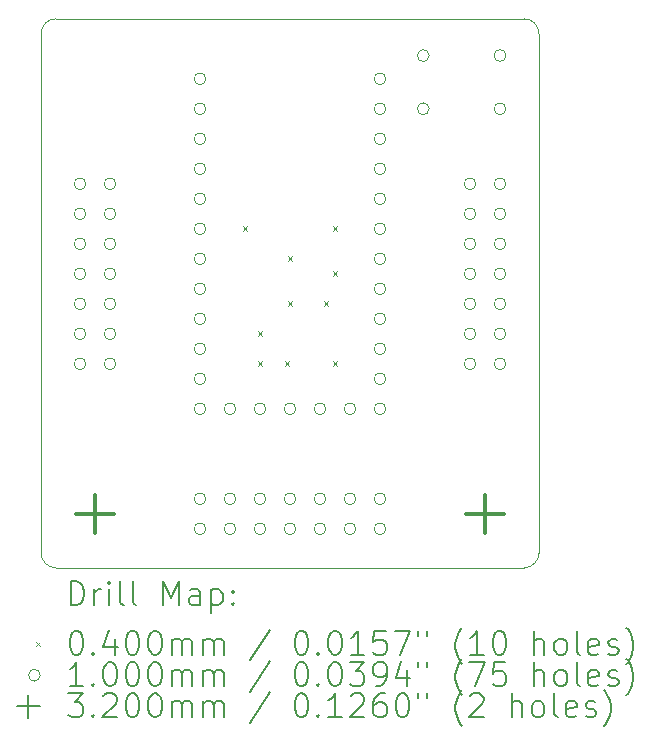
<source format=gbr>
%FSLAX45Y45*%
G04 Gerber Fmt 4.5, Leading zero omitted, Abs format (unit mm)*
G04 Created by KiCad (PCBNEW (6.0.1-0)) date 2022-02-07 11:31:36*
%MOMM*%
%LPD*%
G01*
G04 APERTURE LIST*
%TA.AperFunction,Profile*%
%ADD10C,0.120000*%
%TD*%
%ADD11C,0.200000*%
%ADD12C,0.040000*%
%ADD13C,0.100000*%
%ADD14C,0.320000*%
G04 APERTURE END LIST*
D10*
X15951200Y-9093200D02*
X11988800Y-9093200D01*
X11861800Y-8966200D02*
X11861800Y-4572000D01*
X15951200Y-9093200D02*
G75*
G03*
X16078200Y-8966200I0J127000D01*
G01*
X11988800Y-4445000D02*
G75*
G03*
X11861800Y-4572000I0J-127000D01*
G01*
X11988800Y-4445000D02*
X15951200Y-4445000D01*
X16078200Y-4572000D02*
G75*
G03*
X15951200Y-4445000I-127000J0D01*
G01*
X11861800Y-8966200D02*
G75*
G03*
X11988800Y-9093200I127000J0D01*
G01*
X16078200Y-4572000D02*
X16078200Y-8966200D01*
D11*
D12*
X13569000Y-6203000D02*
X13609000Y-6243000D01*
X13609000Y-6203000D02*
X13569000Y-6243000D01*
X13696000Y-7092000D02*
X13736000Y-7132000D01*
X13736000Y-7092000D02*
X13696000Y-7132000D01*
X13696000Y-7346000D02*
X13736000Y-7386000D01*
X13736000Y-7346000D02*
X13696000Y-7386000D01*
X13924600Y-7346000D02*
X13964600Y-7386000D01*
X13964600Y-7346000D02*
X13924600Y-7386000D01*
X13950000Y-6457000D02*
X13990000Y-6497000D01*
X13990000Y-6457000D02*
X13950000Y-6497000D01*
X13950000Y-6838000D02*
X13990000Y-6878000D01*
X13990000Y-6838000D02*
X13950000Y-6878000D01*
X14254800Y-6838000D02*
X14294800Y-6878000D01*
X14294800Y-6838000D02*
X14254800Y-6878000D01*
X14331000Y-6203000D02*
X14371000Y-6243000D01*
X14371000Y-6203000D02*
X14331000Y-6243000D01*
X14331000Y-6584000D02*
X14371000Y-6624000D01*
X14371000Y-6584000D02*
X14331000Y-6624000D01*
X14331000Y-7346000D02*
X14371000Y-7386000D01*
X14371000Y-7346000D02*
X14331000Y-7386000D01*
D13*
X12242000Y-5842000D02*
G75*
G03*
X12242000Y-5842000I-50000J0D01*
G01*
X12242000Y-6096000D02*
G75*
G03*
X12242000Y-6096000I-50000J0D01*
G01*
X12242000Y-6350000D02*
G75*
G03*
X12242000Y-6350000I-50000J0D01*
G01*
X12242000Y-6604000D02*
G75*
G03*
X12242000Y-6604000I-50000J0D01*
G01*
X12242000Y-6858000D02*
G75*
G03*
X12242000Y-6858000I-50000J0D01*
G01*
X12242000Y-7112000D02*
G75*
G03*
X12242000Y-7112000I-50000J0D01*
G01*
X12242000Y-7366000D02*
G75*
G03*
X12242000Y-7366000I-50000J0D01*
G01*
X12496000Y-5842000D02*
G75*
G03*
X12496000Y-5842000I-50000J0D01*
G01*
X12496000Y-6096000D02*
G75*
G03*
X12496000Y-6096000I-50000J0D01*
G01*
X12496000Y-6350000D02*
G75*
G03*
X12496000Y-6350000I-50000J0D01*
G01*
X12496000Y-6604000D02*
G75*
G03*
X12496000Y-6604000I-50000J0D01*
G01*
X12496000Y-6858000D02*
G75*
G03*
X12496000Y-6858000I-50000J0D01*
G01*
X12496000Y-7112000D02*
G75*
G03*
X12496000Y-7112000I-50000J0D01*
G01*
X12496000Y-7366000D02*
G75*
G03*
X12496000Y-7366000I-50000J0D01*
G01*
X13258000Y-4953000D02*
G75*
G03*
X13258000Y-4953000I-50000J0D01*
G01*
X13258000Y-5207000D02*
G75*
G03*
X13258000Y-5207000I-50000J0D01*
G01*
X13258000Y-5461000D02*
G75*
G03*
X13258000Y-5461000I-50000J0D01*
G01*
X13258000Y-5715000D02*
G75*
G03*
X13258000Y-5715000I-50000J0D01*
G01*
X13258000Y-5969000D02*
G75*
G03*
X13258000Y-5969000I-50000J0D01*
G01*
X13258000Y-6223000D02*
G75*
G03*
X13258000Y-6223000I-50000J0D01*
G01*
X13258000Y-6477000D02*
G75*
G03*
X13258000Y-6477000I-50000J0D01*
G01*
X13258000Y-6731000D02*
G75*
G03*
X13258000Y-6731000I-50000J0D01*
G01*
X13258000Y-6985000D02*
G75*
G03*
X13258000Y-6985000I-50000J0D01*
G01*
X13258000Y-7239000D02*
G75*
G03*
X13258000Y-7239000I-50000J0D01*
G01*
X13258000Y-7493000D02*
G75*
G03*
X13258000Y-7493000I-50000J0D01*
G01*
X13258000Y-7747000D02*
G75*
G03*
X13258000Y-7747000I-50000J0D01*
G01*
X13258000Y-8509000D02*
G75*
G03*
X13258000Y-8509000I-50000J0D01*
G01*
X13258000Y-8763000D02*
G75*
G03*
X13258000Y-8763000I-50000J0D01*
G01*
X13512000Y-7747000D02*
G75*
G03*
X13512000Y-7747000I-50000J0D01*
G01*
X13512000Y-8509000D02*
G75*
G03*
X13512000Y-8509000I-50000J0D01*
G01*
X13512000Y-8763000D02*
G75*
G03*
X13512000Y-8763000I-50000J0D01*
G01*
X13766000Y-7747000D02*
G75*
G03*
X13766000Y-7747000I-50000J0D01*
G01*
X13766000Y-8509000D02*
G75*
G03*
X13766000Y-8509000I-50000J0D01*
G01*
X13766000Y-8763000D02*
G75*
G03*
X13766000Y-8763000I-50000J0D01*
G01*
X14020000Y-7747000D02*
G75*
G03*
X14020000Y-7747000I-50000J0D01*
G01*
X14020000Y-8509000D02*
G75*
G03*
X14020000Y-8509000I-50000J0D01*
G01*
X14020000Y-8763000D02*
G75*
G03*
X14020000Y-8763000I-50000J0D01*
G01*
X14274000Y-7747000D02*
G75*
G03*
X14274000Y-7747000I-50000J0D01*
G01*
X14274000Y-8509000D02*
G75*
G03*
X14274000Y-8509000I-50000J0D01*
G01*
X14274000Y-8763000D02*
G75*
G03*
X14274000Y-8763000I-50000J0D01*
G01*
X14528000Y-7747000D02*
G75*
G03*
X14528000Y-7747000I-50000J0D01*
G01*
X14528000Y-8509000D02*
G75*
G03*
X14528000Y-8509000I-50000J0D01*
G01*
X14528000Y-8763000D02*
G75*
G03*
X14528000Y-8763000I-50000J0D01*
G01*
X14782000Y-4953000D02*
G75*
G03*
X14782000Y-4953000I-50000J0D01*
G01*
X14782000Y-5207000D02*
G75*
G03*
X14782000Y-5207000I-50000J0D01*
G01*
X14782000Y-5461000D02*
G75*
G03*
X14782000Y-5461000I-50000J0D01*
G01*
X14782000Y-5715000D02*
G75*
G03*
X14782000Y-5715000I-50000J0D01*
G01*
X14782000Y-5969000D02*
G75*
G03*
X14782000Y-5969000I-50000J0D01*
G01*
X14782000Y-6223000D02*
G75*
G03*
X14782000Y-6223000I-50000J0D01*
G01*
X14782000Y-6477000D02*
G75*
G03*
X14782000Y-6477000I-50000J0D01*
G01*
X14782000Y-6731000D02*
G75*
G03*
X14782000Y-6731000I-50000J0D01*
G01*
X14782000Y-6985000D02*
G75*
G03*
X14782000Y-6985000I-50000J0D01*
G01*
X14782000Y-7239000D02*
G75*
G03*
X14782000Y-7239000I-50000J0D01*
G01*
X14782000Y-7493000D02*
G75*
G03*
X14782000Y-7493000I-50000J0D01*
G01*
X14782000Y-7747000D02*
G75*
G03*
X14782000Y-7747000I-50000J0D01*
G01*
X14782000Y-8509000D02*
G75*
G03*
X14782000Y-8509000I-50000J0D01*
G01*
X14782000Y-8763000D02*
G75*
G03*
X14782000Y-8763000I-50000J0D01*
G01*
X15148000Y-4757000D02*
G75*
G03*
X15148000Y-4757000I-50000J0D01*
G01*
X15148000Y-5207000D02*
G75*
G03*
X15148000Y-5207000I-50000J0D01*
G01*
X15544000Y-5842000D02*
G75*
G03*
X15544000Y-5842000I-50000J0D01*
G01*
X15544000Y-6096000D02*
G75*
G03*
X15544000Y-6096000I-50000J0D01*
G01*
X15544000Y-6350000D02*
G75*
G03*
X15544000Y-6350000I-50000J0D01*
G01*
X15544000Y-6604000D02*
G75*
G03*
X15544000Y-6604000I-50000J0D01*
G01*
X15544000Y-6858000D02*
G75*
G03*
X15544000Y-6858000I-50000J0D01*
G01*
X15544000Y-7112000D02*
G75*
G03*
X15544000Y-7112000I-50000J0D01*
G01*
X15544000Y-7366000D02*
G75*
G03*
X15544000Y-7366000I-50000J0D01*
G01*
X15798000Y-4757000D02*
G75*
G03*
X15798000Y-4757000I-50000J0D01*
G01*
X15798000Y-5207000D02*
G75*
G03*
X15798000Y-5207000I-50000J0D01*
G01*
X15798000Y-5842000D02*
G75*
G03*
X15798000Y-5842000I-50000J0D01*
G01*
X15798000Y-6096000D02*
G75*
G03*
X15798000Y-6096000I-50000J0D01*
G01*
X15798000Y-6350000D02*
G75*
G03*
X15798000Y-6350000I-50000J0D01*
G01*
X15798000Y-6604000D02*
G75*
G03*
X15798000Y-6604000I-50000J0D01*
G01*
X15798000Y-6858000D02*
G75*
G03*
X15798000Y-6858000I-50000J0D01*
G01*
X15798000Y-7112000D02*
G75*
G03*
X15798000Y-7112000I-50000J0D01*
G01*
X15798000Y-7366000D02*
G75*
G03*
X15798000Y-7366000I-50000J0D01*
G01*
D14*
X12319000Y-8476000D02*
X12319000Y-8796000D01*
X12159000Y-8636000D02*
X12479000Y-8636000D01*
X15621000Y-8476000D02*
X15621000Y-8796000D01*
X15461000Y-8636000D02*
X15781000Y-8636000D01*
D11*
X12113419Y-9409676D02*
X12113419Y-9209676D01*
X12161038Y-9209676D01*
X12189609Y-9219200D01*
X12208657Y-9238248D01*
X12218181Y-9257295D01*
X12227705Y-9295390D01*
X12227705Y-9323962D01*
X12218181Y-9362057D01*
X12208657Y-9381105D01*
X12189609Y-9400152D01*
X12161038Y-9409676D01*
X12113419Y-9409676D01*
X12313419Y-9409676D02*
X12313419Y-9276343D01*
X12313419Y-9314438D02*
X12322943Y-9295390D01*
X12332467Y-9285867D01*
X12351514Y-9276343D01*
X12370562Y-9276343D01*
X12437228Y-9409676D02*
X12437228Y-9276343D01*
X12437228Y-9209676D02*
X12427705Y-9219200D01*
X12437228Y-9228724D01*
X12446752Y-9219200D01*
X12437228Y-9209676D01*
X12437228Y-9228724D01*
X12561038Y-9409676D02*
X12541990Y-9400152D01*
X12532467Y-9381105D01*
X12532467Y-9209676D01*
X12665800Y-9409676D02*
X12646752Y-9400152D01*
X12637228Y-9381105D01*
X12637228Y-9209676D01*
X12894371Y-9409676D02*
X12894371Y-9209676D01*
X12961038Y-9352533D01*
X13027705Y-9209676D01*
X13027705Y-9409676D01*
X13208657Y-9409676D02*
X13208657Y-9304914D01*
X13199133Y-9285867D01*
X13180086Y-9276343D01*
X13141990Y-9276343D01*
X13122943Y-9285867D01*
X13208657Y-9400152D02*
X13189609Y-9409676D01*
X13141990Y-9409676D01*
X13122943Y-9400152D01*
X13113419Y-9381105D01*
X13113419Y-9362057D01*
X13122943Y-9343010D01*
X13141990Y-9333486D01*
X13189609Y-9333486D01*
X13208657Y-9323962D01*
X13303895Y-9276343D02*
X13303895Y-9476343D01*
X13303895Y-9285867D02*
X13322943Y-9276343D01*
X13361038Y-9276343D01*
X13380086Y-9285867D01*
X13389609Y-9295390D01*
X13399133Y-9314438D01*
X13399133Y-9371581D01*
X13389609Y-9390629D01*
X13380086Y-9400152D01*
X13361038Y-9409676D01*
X13322943Y-9409676D01*
X13303895Y-9400152D01*
X13484848Y-9390629D02*
X13494371Y-9400152D01*
X13484848Y-9409676D01*
X13475324Y-9400152D01*
X13484848Y-9390629D01*
X13484848Y-9409676D01*
X13484848Y-9285867D02*
X13494371Y-9295390D01*
X13484848Y-9304914D01*
X13475324Y-9295390D01*
X13484848Y-9285867D01*
X13484848Y-9304914D01*
D12*
X11815800Y-9719200D02*
X11855800Y-9759200D01*
X11855800Y-9719200D02*
X11815800Y-9759200D01*
D11*
X12151514Y-9629676D02*
X12170562Y-9629676D01*
X12189609Y-9639200D01*
X12199133Y-9648724D01*
X12208657Y-9667771D01*
X12218181Y-9705867D01*
X12218181Y-9753486D01*
X12208657Y-9791581D01*
X12199133Y-9810629D01*
X12189609Y-9820152D01*
X12170562Y-9829676D01*
X12151514Y-9829676D01*
X12132467Y-9820152D01*
X12122943Y-9810629D01*
X12113419Y-9791581D01*
X12103895Y-9753486D01*
X12103895Y-9705867D01*
X12113419Y-9667771D01*
X12122943Y-9648724D01*
X12132467Y-9639200D01*
X12151514Y-9629676D01*
X12303895Y-9810629D02*
X12313419Y-9820152D01*
X12303895Y-9829676D01*
X12294371Y-9820152D01*
X12303895Y-9810629D01*
X12303895Y-9829676D01*
X12484848Y-9696343D02*
X12484848Y-9829676D01*
X12437228Y-9620152D02*
X12389609Y-9763010D01*
X12513419Y-9763010D01*
X12627705Y-9629676D02*
X12646752Y-9629676D01*
X12665800Y-9639200D01*
X12675324Y-9648724D01*
X12684848Y-9667771D01*
X12694371Y-9705867D01*
X12694371Y-9753486D01*
X12684848Y-9791581D01*
X12675324Y-9810629D01*
X12665800Y-9820152D01*
X12646752Y-9829676D01*
X12627705Y-9829676D01*
X12608657Y-9820152D01*
X12599133Y-9810629D01*
X12589609Y-9791581D01*
X12580086Y-9753486D01*
X12580086Y-9705867D01*
X12589609Y-9667771D01*
X12599133Y-9648724D01*
X12608657Y-9639200D01*
X12627705Y-9629676D01*
X12818181Y-9629676D02*
X12837228Y-9629676D01*
X12856276Y-9639200D01*
X12865800Y-9648724D01*
X12875324Y-9667771D01*
X12884848Y-9705867D01*
X12884848Y-9753486D01*
X12875324Y-9791581D01*
X12865800Y-9810629D01*
X12856276Y-9820152D01*
X12837228Y-9829676D01*
X12818181Y-9829676D01*
X12799133Y-9820152D01*
X12789609Y-9810629D01*
X12780086Y-9791581D01*
X12770562Y-9753486D01*
X12770562Y-9705867D01*
X12780086Y-9667771D01*
X12789609Y-9648724D01*
X12799133Y-9639200D01*
X12818181Y-9629676D01*
X12970562Y-9829676D02*
X12970562Y-9696343D01*
X12970562Y-9715390D02*
X12980086Y-9705867D01*
X12999133Y-9696343D01*
X13027705Y-9696343D01*
X13046752Y-9705867D01*
X13056276Y-9724914D01*
X13056276Y-9829676D01*
X13056276Y-9724914D02*
X13065800Y-9705867D01*
X13084848Y-9696343D01*
X13113419Y-9696343D01*
X13132467Y-9705867D01*
X13141990Y-9724914D01*
X13141990Y-9829676D01*
X13237228Y-9829676D02*
X13237228Y-9696343D01*
X13237228Y-9715390D02*
X13246752Y-9705867D01*
X13265800Y-9696343D01*
X13294371Y-9696343D01*
X13313419Y-9705867D01*
X13322943Y-9724914D01*
X13322943Y-9829676D01*
X13322943Y-9724914D02*
X13332467Y-9705867D01*
X13351514Y-9696343D01*
X13380086Y-9696343D01*
X13399133Y-9705867D01*
X13408657Y-9724914D01*
X13408657Y-9829676D01*
X13799133Y-9620152D02*
X13627705Y-9877295D01*
X14056276Y-9629676D02*
X14075324Y-9629676D01*
X14094371Y-9639200D01*
X14103895Y-9648724D01*
X14113419Y-9667771D01*
X14122943Y-9705867D01*
X14122943Y-9753486D01*
X14113419Y-9791581D01*
X14103895Y-9810629D01*
X14094371Y-9820152D01*
X14075324Y-9829676D01*
X14056276Y-9829676D01*
X14037228Y-9820152D01*
X14027705Y-9810629D01*
X14018181Y-9791581D01*
X14008657Y-9753486D01*
X14008657Y-9705867D01*
X14018181Y-9667771D01*
X14027705Y-9648724D01*
X14037228Y-9639200D01*
X14056276Y-9629676D01*
X14208657Y-9810629D02*
X14218181Y-9820152D01*
X14208657Y-9829676D01*
X14199133Y-9820152D01*
X14208657Y-9810629D01*
X14208657Y-9829676D01*
X14341990Y-9629676D02*
X14361038Y-9629676D01*
X14380086Y-9639200D01*
X14389609Y-9648724D01*
X14399133Y-9667771D01*
X14408657Y-9705867D01*
X14408657Y-9753486D01*
X14399133Y-9791581D01*
X14389609Y-9810629D01*
X14380086Y-9820152D01*
X14361038Y-9829676D01*
X14341990Y-9829676D01*
X14322943Y-9820152D01*
X14313419Y-9810629D01*
X14303895Y-9791581D01*
X14294371Y-9753486D01*
X14294371Y-9705867D01*
X14303895Y-9667771D01*
X14313419Y-9648724D01*
X14322943Y-9639200D01*
X14341990Y-9629676D01*
X14599133Y-9829676D02*
X14484848Y-9829676D01*
X14541990Y-9829676D02*
X14541990Y-9629676D01*
X14522943Y-9658248D01*
X14503895Y-9677295D01*
X14484848Y-9686819D01*
X14780086Y-9629676D02*
X14684848Y-9629676D01*
X14675324Y-9724914D01*
X14684848Y-9715390D01*
X14703895Y-9705867D01*
X14751514Y-9705867D01*
X14770562Y-9715390D01*
X14780086Y-9724914D01*
X14789609Y-9743962D01*
X14789609Y-9791581D01*
X14780086Y-9810629D01*
X14770562Y-9820152D01*
X14751514Y-9829676D01*
X14703895Y-9829676D01*
X14684848Y-9820152D01*
X14675324Y-9810629D01*
X14856276Y-9629676D02*
X14989609Y-9629676D01*
X14903895Y-9829676D01*
X15056276Y-9629676D02*
X15056276Y-9667771D01*
X15132467Y-9629676D02*
X15132467Y-9667771D01*
X15427705Y-9905867D02*
X15418181Y-9896343D01*
X15399133Y-9867771D01*
X15389609Y-9848724D01*
X15380086Y-9820152D01*
X15370562Y-9772533D01*
X15370562Y-9734438D01*
X15380086Y-9686819D01*
X15389609Y-9658248D01*
X15399133Y-9639200D01*
X15418181Y-9610629D01*
X15427705Y-9601105D01*
X15608657Y-9829676D02*
X15494371Y-9829676D01*
X15551514Y-9829676D02*
X15551514Y-9629676D01*
X15532467Y-9658248D01*
X15513419Y-9677295D01*
X15494371Y-9686819D01*
X15732467Y-9629676D02*
X15751514Y-9629676D01*
X15770562Y-9639200D01*
X15780086Y-9648724D01*
X15789609Y-9667771D01*
X15799133Y-9705867D01*
X15799133Y-9753486D01*
X15789609Y-9791581D01*
X15780086Y-9810629D01*
X15770562Y-9820152D01*
X15751514Y-9829676D01*
X15732467Y-9829676D01*
X15713419Y-9820152D01*
X15703895Y-9810629D01*
X15694371Y-9791581D01*
X15684848Y-9753486D01*
X15684848Y-9705867D01*
X15694371Y-9667771D01*
X15703895Y-9648724D01*
X15713419Y-9639200D01*
X15732467Y-9629676D01*
X16037228Y-9829676D02*
X16037228Y-9629676D01*
X16122943Y-9829676D02*
X16122943Y-9724914D01*
X16113419Y-9705867D01*
X16094371Y-9696343D01*
X16065800Y-9696343D01*
X16046752Y-9705867D01*
X16037228Y-9715390D01*
X16246752Y-9829676D02*
X16227705Y-9820152D01*
X16218181Y-9810629D01*
X16208657Y-9791581D01*
X16208657Y-9734438D01*
X16218181Y-9715390D01*
X16227705Y-9705867D01*
X16246752Y-9696343D01*
X16275324Y-9696343D01*
X16294371Y-9705867D01*
X16303895Y-9715390D01*
X16313419Y-9734438D01*
X16313419Y-9791581D01*
X16303895Y-9810629D01*
X16294371Y-9820152D01*
X16275324Y-9829676D01*
X16246752Y-9829676D01*
X16427705Y-9829676D02*
X16408657Y-9820152D01*
X16399133Y-9801105D01*
X16399133Y-9629676D01*
X16580086Y-9820152D02*
X16561038Y-9829676D01*
X16522943Y-9829676D01*
X16503895Y-9820152D01*
X16494371Y-9801105D01*
X16494371Y-9724914D01*
X16503895Y-9705867D01*
X16522943Y-9696343D01*
X16561038Y-9696343D01*
X16580086Y-9705867D01*
X16589609Y-9724914D01*
X16589609Y-9743962D01*
X16494371Y-9763010D01*
X16665800Y-9820152D02*
X16684848Y-9829676D01*
X16722943Y-9829676D01*
X16741990Y-9820152D01*
X16751514Y-9801105D01*
X16751514Y-9791581D01*
X16741990Y-9772533D01*
X16722943Y-9763010D01*
X16694371Y-9763010D01*
X16675324Y-9753486D01*
X16665800Y-9734438D01*
X16665800Y-9724914D01*
X16675324Y-9705867D01*
X16694371Y-9696343D01*
X16722943Y-9696343D01*
X16741990Y-9705867D01*
X16818181Y-9905867D02*
X16827705Y-9896343D01*
X16846752Y-9867771D01*
X16856276Y-9848724D01*
X16865800Y-9820152D01*
X16875324Y-9772533D01*
X16875324Y-9734438D01*
X16865800Y-9686819D01*
X16856276Y-9658248D01*
X16846752Y-9639200D01*
X16827705Y-9610629D01*
X16818181Y-9601105D01*
D13*
X11855800Y-10003200D02*
G75*
G03*
X11855800Y-10003200I-50000J0D01*
G01*
D11*
X12218181Y-10093676D02*
X12103895Y-10093676D01*
X12161038Y-10093676D02*
X12161038Y-9893676D01*
X12141990Y-9922248D01*
X12122943Y-9941295D01*
X12103895Y-9950819D01*
X12303895Y-10074629D02*
X12313419Y-10084152D01*
X12303895Y-10093676D01*
X12294371Y-10084152D01*
X12303895Y-10074629D01*
X12303895Y-10093676D01*
X12437228Y-9893676D02*
X12456276Y-9893676D01*
X12475324Y-9903200D01*
X12484848Y-9912724D01*
X12494371Y-9931771D01*
X12503895Y-9969867D01*
X12503895Y-10017486D01*
X12494371Y-10055581D01*
X12484848Y-10074629D01*
X12475324Y-10084152D01*
X12456276Y-10093676D01*
X12437228Y-10093676D01*
X12418181Y-10084152D01*
X12408657Y-10074629D01*
X12399133Y-10055581D01*
X12389609Y-10017486D01*
X12389609Y-9969867D01*
X12399133Y-9931771D01*
X12408657Y-9912724D01*
X12418181Y-9903200D01*
X12437228Y-9893676D01*
X12627705Y-9893676D02*
X12646752Y-9893676D01*
X12665800Y-9903200D01*
X12675324Y-9912724D01*
X12684848Y-9931771D01*
X12694371Y-9969867D01*
X12694371Y-10017486D01*
X12684848Y-10055581D01*
X12675324Y-10074629D01*
X12665800Y-10084152D01*
X12646752Y-10093676D01*
X12627705Y-10093676D01*
X12608657Y-10084152D01*
X12599133Y-10074629D01*
X12589609Y-10055581D01*
X12580086Y-10017486D01*
X12580086Y-9969867D01*
X12589609Y-9931771D01*
X12599133Y-9912724D01*
X12608657Y-9903200D01*
X12627705Y-9893676D01*
X12818181Y-9893676D02*
X12837228Y-9893676D01*
X12856276Y-9903200D01*
X12865800Y-9912724D01*
X12875324Y-9931771D01*
X12884848Y-9969867D01*
X12884848Y-10017486D01*
X12875324Y-10055581D01*
X12865800Y-10074629D01*
X12856276Y-10084152D01*
X12837228Y-10093676D01*
X12818181Y-10093676D01*
X12799133Y-10084152D01*
X12789609Y-10074629D01*
X12780086Y-10055581D01*
X12770562Y-10017486D01*
X12770562Y-9969867D01*
X12780086Y-9931771D01*
X12789609Y-9912724D01*
X12799133Y-9903200D01*
X12818181Y-9893676D01*
X12970562Y-10093676D02*
X12970562Y-9960343D01*
X12970562Y-9979390D02*
X12980086Y-9969867D01*
X12999133Y-9960343D01*
X13027705Y-9960343D01*
X13046752Y-9969867D01*
X13056276Y-9988914D01*
X13056276Y-10093676D01*
X13056276Y-9988914D02*
X13065800Y-9969867D01*
X13084848Y-9960343D01*
X13113419Y-9960343D01*
X13132467Y-9969867D01*
X13141990Y-9988914D01*
X13141990Y-10093676D01*
X13237228Y-10093676D02*
X13237228Y-9960343D01*
X13237228Y-9979390D02*
X13246752Y-9969867D01*
X13265800Y-9960343D01*
X13294371Y-9960343D01*
X13313419Y-9969867D01*
X13322943Y-9988914D01*
X13322943Y-10093676D01*
X13322943Y-9988914D02*
X13332467Y-9969867D01*
X13351514Y-9960343D01*
X13380086Y-9960343D01*
X13399133Y-9969867D01*
X13408657Y-9988914D01*
X13408657Y-10093676D01*
X13799133Y-9884152D02*
X13627705Y-10141295D01*
X14056276Y-9893676D02*
X14075324Y-9893676D01*
X14094371Y-9903200D01*
X14103895Y-9912724D01*
X14113419Y-9931771D01*
X14122943Y-9969867D01*
X14122943Y-10017486D01*
X14113419Y-10055581D01*
X14103895Y-10074629D01*
X14094371Y-10084152D01*
X14075324Y-10093676D01*
X14056276Y-10093676D01*
X14037228Y-10084152D01*
X14027705Y-10074629D01*
X14018181Y-10055581D01*
X14008657Y-10017486D01*
X14008657Y-9969867D01*
X14018181Y-9931771D01*
X14027705Y-9912724D01*
X14037228Y-9903200D01*
X14056276Y-9893676D01*
X14208657Y-10074629D02*
X14218181Y-10084152D01*
X14208657Y-10093676D01*
X14199133Y-10084152D01*
X14208657Y-10074629D01*
X14208657Y-10093676D01*
X14341990Y-9893676D02*
X14361038Y-9893676D01*
X14380086Y-9903200D01*
X14389609Y-9912724D01*
X14399133Y-9931771D01*
X14408657Y-9969867D01*
X14408657Y-10017486D01*
X14399133Y-10055581D01*
X14389609Y-10074629D01*
X14380086Y-10084152D01*
X14361038Y-10093676D01*
X14341990Y-10093676D01*
X14322943Y-10084152D01*
X14313419Y-10074629D01*
X14303895Y-10055581D01*
X14294371Y-10017486D01*
X14294371Y-9969867D01*
X14303895Y-9931771D01*
X14313419Y-9912724D01*
X14322943Y-9903200D01*
X14341990Y-9893676D01*
X14475324Y-9893676D02*
X14599133Y-9893676D01*
X14532467Y-9969867D01*
X14561038Y-9969867D01*
X14580086Y-9979390D01*
X14589609Y-9988914D01*
X14599133Y-10007962D01*
X14599133Y-10055581D01*
X14589609Y-10074629D01*
X14580086Y-10084152D01*
X14561038Y-10093676D01*
X14503895Y-10093676D01*
X14484848Y-10084152D01*
X14475324Y-10074629D01*
X14694371Y-10093676D02*
X14732467Y-10093676D01*
X14751514Y-10084152D01*
X14761038Y-10074629D01*
X14780086Y-10046057D01*
X14789609Y-10007962D01*
X14789609Y-9931771D01*
X14780086Y-9912724D01*
X14770562Y-9903200D01*
X14751514Y-9893676D01*
X14713419Y-9893676D01*
X14694371Y-9903200D01*
X14684848Y-9912724D01*
X14675324Y-9931771D01*
X14675324Y-9979390D01*
X14684848Y-9998438D01*
X14694371Y-10007962D01*
X14713419Y-10017486D01*
X14751514Y-10017486D01*
X14770562Y-10007962D01*
X14780086Y-9998438D01*
X14789609Y-9979390D01*
X14961038Y-9960343D02*
X14961038Y-10093676D01*
X14913419Y-9884152D02*
X14865800Y-10027010D01*
X14989609Y-10027010D01*
X15056276Y-9893676D02*
X15056276Y-9931771D01*
X15132467Y-9893676D02*
X15132467Y-9931771D01*
X15427705Y-10169867D02*
X15418181Y-10160343D01*
X15399133Y-10131771D01*
X15389609Y-10112724D01*
X15380086Y-10084152D01*
X15370562Y-10036533D01*
X15370562Y-9998438D01*
X15380086Y-9950819D01*
X15389609Y-9922248D01*
X15399133Y-9903200D01*
X15418181Y-9874629D01*
X15427705Y-9865105D01*
X15484848Y-9893676D02*
X15618181Y-9893676D01*
X15532467Y-10093676D01*
X15789609Y-9893676D02*
X15694371Y-9893676D01*
X15684848Y-9988914D01*
X15694371Y-9979390D01*
X15713419Y-9969867D01*
X15761038Y-9969867D01*
X15780086Y-9979390D01*
X15789609Y-9988914D01*
X15799133Y-10007962D01*
X15799133Y-10055581D01*
X15789609Y-10074629D01*
X15780086Y-10084152D01*
X15761038Y-10093676D01*
X15713419Y-10093676D01*
X15694371Y-10084152D01*
X15684848Y-10074629D01*
X16037228Y-10093676D02*
X16037228Y-9893676D01*
X16122943Y-10093676D02*
X16122943Y-9988914D01*
X16113419Y-9969867D01*
X16094371Y-9960343D01*
X16065800Y-9960343D01*
X16046752Y-9969867D01*
X16037228Y-9979390D01*
X16246752Y-10093676D02*
X16227705Y-10084152D01*
X16218181Y-10074629D01*
X16208657Y-10055581D01*
X16208657Y-9998438D01*
X16218181Y-9979390D01*
X16227705Y-9969867D01*
X16246752Y-9960343D01*
X16275324Y-9960343D01*
X16294371Y-9969867D01*
X16303895Y-9979390D01*
X16313419Y-9998438D01*
X16313419Y-10055581D01*
X16303895Y-10074629D01*
X16294371Y-10084152D01*
X16275324Y-10093676D01*
X16246752Y-10093676D01*
X16427705Y-10093676D02*
X16408657Y-10084152D01*
X16399133Y-10065105D01*
X16399133Y-9893676D01*
X16580086Y-10084152D02*
X16561038Y-10093676D01*
X16522943Y-10093676D01*
X16503895Y-10084152D01*
X16494371Y-10065105D01*
X16494371Y-9988914D01*
X16503895Y-9969867D01*
X16522943Y-9960343D01*
X16561038Y-9960343D01*
X16580086Y-9969867D01*
X16589609Y-9988914D01*
X16589609Y-10007962D01*
X16494371Y-10027010D01*
X16665800Y-10084152D02*
X16684848Y-10093676D01*
X16722943Y-10093676D01*
X16741990Y-10084152D01*
X16751514Y-10065105D01*
X16751514Y-10055581D01*
X16741990Y-10036533D01*
X16722943Y-10027010D01*
X16694371Y-10027010D01*
X16675324Y-10017486D01*
X16665800Y-9998438D01*
X16665800Y-9988914D01*
X16675324Y-9969867D01*
X16694371Y-9960343D01*
X16722943Y-9960343D01*
X16741990Y-9969867D01*
X16818181Y-10169867D02*
X16827705Y-10160343D01*
X16846752Y-10131771D01*
X16856276Y-10112724D01*
X16865800Y-10084152D01*
X16875324Y-10036533D01*
X16875324Y-9998438D01*
X16865800Y-9950819D01*
X16856276Y-9922248D01*
X16846752Y-9903200D01*
X16827705Y-9874629D01*
X16818181Y-9865105D01*
X11755800Y-10167200D02*
X11755800Y-10367200D01*
X11655800Y-10267200D02*
X11855800Y-10267200D01*
X12094371Y-10157676D02*
X12218181Y-10157676D01*
X12151514Y-10233867D01*
X12180086Y-10233867D01*
X12199133Y-10243390D01*
X12208657Y-10252914D01*
X12218181Y-10271962D01*
X12218181Y-10319581D01*
X12208657Y-10338629D01*
X12199133Y-10348152D01*
X12180086Y-10357676D01*
X12122943Y-10357676D01*
X12103895Y-10348152D01*
X12094371Y-10338629D01*
X12303895Y-10338629D02*
X12313419Y-10348152D01*
X12303895Y-10357676D01*
X12294371Y-10348152D01*
X12303895Y-10338629D01*
X12303895Y-10357676D01*
X12389609Y-10176724D02*
X12399133Y-10167200D01*
X12418181Y-10157676D01*
X12465800Y-10157676D01*
X12484848Y-10167200D01*
X12494371Y-10176724D01*
X12503895Y-10195771D01*
X12503895Y-10214819D01*
X12494371Y-10243390D01*
X12380086Y-10357676D01*
X12503895Y-10357676D01*
X12627705Y-10157676D02*
X12646752Y-10157676D01*
X12665800Y-10167200D01*
X12675324Y-10176724D01*
X12684848Y-10195771D01*
X12694371Y-10233867D01*
X12694371Y-10281486D01*
X12684848Y-10319581D01*
X12675324Y-10338629D01*
X12665800Y-10348152D01*
X12646752Y-10357676D01*
X12627705Y-10357676D01*
X12608657Y-10348152D01*
X12599133Y-10338629D01*
X12589609Y-10319581D01*
X12580086Y-10281486D01*
X12580086Y-10233867D01*
X12589609Y-10195771D01*
X12599133Y-10176724D01*
X12608657Y-10167200D01*
X12627705Y-10157676D01*
X12818181Y-10157676D02*
X12837228Y-10157676D01*
X12856276Y-10167200D01*
X12865800Y-10176724D01*
X12875324Y-10195771D01*
X12884848Y-10233867D01*
X12884848Y-10281486D01*
X12875324Y-10319581D01*
X12865800Y-10338629D01*
X12856276Y-10348152D01*
X12837228Y-10357676D01*
X12818181Y-10357676D01*
X12799133Y-10348152D01*
X12789609Y-10338629D01*
X12780086Y-10319581D01*
X12770562Y-10281486D01*
X12770562Y-10233867D01*
X12780086Y-10195771D01*
X12789609Y-10176724D01*
X12799133Y-10167200D01*
X12818181Y-10157676D01*
X12970562Y-10357676D02*
X12970562Y-10224343D01*
X12970562Y-10243390D02*
X12980086Y-10233867D01*
X12999133Y-10224343D01*
X13027705Y-10224343D01*
X13046752Y-10233867D01*
X13056276Y-10252914D01*
X13056276Y-10357676D01*
X13056276Y-10252914D02*
X13065800Y-10233867D01*
X13084848Y-10224343D01*
X13113419Y-10224343D01*
X13132467Y-10233867D01*
X13141990Y-10252914D01*
X13141990Y-10357676D01*
X13237228Y-10357676D02*
X13237228Y-10224343D01*
X13237228Y-10243390D02*
X13246752Y-10233867D01*
X13265800Y-10224343D01*
X13294371Y-10224343D01*
X13313419Y-10233867D01*
X13322943Y-10252914D01*
X13322943Y-10357676D01*
X13322943Y-10252914D02*
X13332467Y-10233867D01*
X13351514Y-10224343D01*
X13380086Y-10224343D01*
X13399133Y-10233867D01*
X13408657Y-10252914D01*
X13408657Y-10357676D01*
X13799133Y-10148152D02*
X13627705Y-10405295D01*
X14056276Y-10157676D02*
X14075324Y-10157676D01*
X14094371Y-10167200D01*
X14103895Y-10176724D01*
X14113419Y-10195771D01*
X14122943Y-10233867D01*
X14122943Y-10281486D01*
X14113419Y-10319581D01*
X14103895Y-10338629D01*
X14094371Y-10348152D01*
X14075324Y-10357676D01*
X14056276Y-10357676D01*
X14037228Y-10348152D01*
X14027705Y-10338629D01*
X14018181Y-10319581D01*
X14008657Y-10281486D01*
X14008657Y-10233867D01*
X14018181Y-10195771D01*
X14027705Y-10176724D01*
X14037228Y-10167200D01*
X14056276Y-10157676D01*
X14208657Y-10338629D02*
X14218181Y-10348152D01*
X14208657Y-10357676D01*
X14199133Y-10348152D01*
X14208657Y-10338629D01*
X14208657Y-10357676D01*
X14408657Y-10357676D02*
X14294371Y-10357676D01*
X14351514Y-10357676D02*
X14351514Y-10157676D01*
X14332467Y-10186248D01*
X14313419Y-10205295D01*
X14294371Y-10214819D01*
X14484848Y-10176724D02*
X14494371Y-10167200D01*
X14513419Y-10157676D01*
X14561038Y-10157676D01*
X14580086Y-10167200D01*
X14589609Y-10176724D01*
X14599133Y-10195771D01*
X14599133Y-10214819D01*
X14589609Y-10243390D01*
X14475324Y-10357676D01*
X14599133Y-10357676D01*
X14770562Y-10157676D02*
X14732467Y-10157676D01*
X14713419Y-10167200D01*
X14703895Y-10176724D01*
X14684848Y-10205295D01*
X14675324Y-10243390D01*
X14675324Y-10319581D01*
X14684848Y-10338629D01*
X14694371Y-10348152D01*
X14713419Y-10357676D01*
X14751514Y-10357676D01*
X14770562Y-10348152D01*
X14780086Y-10338629D01*
X14789609Y-10319581D01*
X14789609Y-10271962D01*
X14780086Y-10252914D01*
X14770562Y-10243390D01*
X14751514Y-10233867D01*
X14713419Y-10233867D01*
X14694371Y-10243390D01*
X14684848Y-10252914D01*
X14675324Y-10271962D01*
X14913419Y-10157676D02*
X14932467Y-10157676D01*
X14951514Y-10167200D01*
X14961038Y-10176724D01*
X14970562Y-10195771D01*
X14980086Y-10233867D01*
X14980086Y-10281486D01*
X14970562Y-10319581D01*
X14961038Y-10338629D01*
X14951514Y-10348152D01*
X14932467Y-10357676D01*
X14913419Y-10357676D01*
X14894371Y-10348152D01*
X14884848Y-10338629D01*
X14875324Y-10319581D01*
X14865800Y-10281486D01*
X14865800Y-10233867D01*
X14875324Y-10195771D01*
X14884848Y-10176724D01*
X14894371Y-10167200D01*
X14913419Y-10157676D01*
X15056276Y-10157676D02*
X15056276Y-10195771D01*
X15132467Y-10157676D02*
X15132467Y-10195771D01*
X15427705Y-10433867D02*
X15418181Y-10424343D01*
X15399133Y-10395771D01*
X15389609Y-10376724D01*
X15380086Y-10348152D01*
X15370562Y-10300533D01*
X15370562Y-10262438D01*
X15380086Y-10214819D01*
X15389609Y-10186248D01*
X15399133Y-10167200D01*
X15418181Y-10138629D01*
X15427705Y-10129105D01*
X15494371Y-10176724D02*
X15503895Y-10167200D01*
X15522943Y-10157676D01*
X15570562Y-10157676D01*
X15589609Y-10167200D01*
X15599133Y-10176724D01*
X15608657Y-10195771D01*
X15608657Y-10214819D01*
X15599133Y-10243390D01*
X15484848Y-10357676D01*
X15608657Y-10357676D01*
X15846752Y-10357676D02*
X15846752Y-10157676D01*
X15932467Y-10357676D02*
X15932467Y-10252914D01*
X15922943Y-10233867D01*
X15903895Y-10224343D01*
X15875324Y-10224343D01*
X15856276Y-10233867D01*
X15846752Y-10243390D01*
X16056276Y-10357676D02*
X16037228Y-10348152D01*
X16027705Y-10338629D01*
X16018181Y-10319581D01*
X16018181Y-10262438D01*
X16027705Y-10243390D01*
X16037228Y-10233867D01*
X16056276Y-10224343D01*
X16084848Y-10224343D01*
X16103895Y-10233867D01*
X16113419Y-10243390D01*
X16122943Y-10262438D01*
X16122943Y-10319581D01*
X16113419Y-10338629D01*
X16103895Y-10348152D01*
X16084848Y-10357676D01*
X16056276Y-10357676D01*
X16237228Y-10357676D02*
X16218181Y-10348152D01*
X16208657Y-10329105D01*
X16208657Y-10157676D01*
X16389609Y-10348152D02*
X16370562Y-10357676D01*
X16332467Y-10357676D01*
X16313419Y-10348152D01*
X16303895Y-10329105D01*
X16303895Y-10252914D01*
X16313419Y-10233867D01*
X16332467Y-10224343D01*
X16370562Y-10224343D01*
X16389609Y-10233867D01*
X16399133Y-10252914D01*
X16399133Y-10271962D01*
X16303895Y-10291010D01*
X16475324Y-10348152D02*
X16494371Y-10357676D01*
X16532467Y-10357676D01*
X16551514Y-10348152D01*
X16561038Y-10329105D01*
X16561038Y-10319581D01*
X16551514Y-10300533D01*
X16532467Y-10291010D01*
X16503895Y-10291010D01*
X16484848Y-10281486D01*
X16475324Y-10262438D01*
X16475324Y-10252914D01*
X16484848Y-10233867D01*
X16503895Y-10224343D01*
X16532467Y-10224343D01*
X16551514Y-10233867D01*
X16627705Y-10433867D02*
X16637228Y-10424343D01*
X16656276Y-10395771D01*
X16665800Y-10376724D01*
X16675324Y-10348152D01*
X16684848Y-10300533D01*
X16684848Y-10262438D01*
X16675324Y-10214819D01*
X16665800Y-10186248D01*
X16656276Y-10167200D01*
X16637228Y-10138629D01*
X16627705Y-10129105D01*
M02*

</source>
